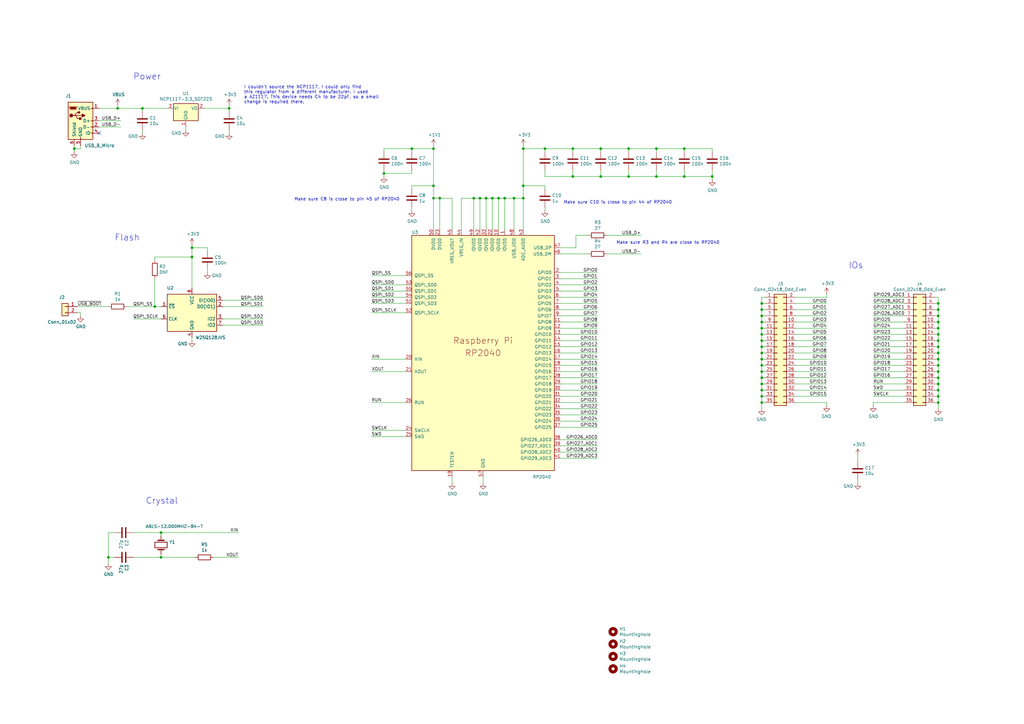
<source format=kicad_sch>
(kicad_sch (version 20211123) (generator eeschema)
  (paper "A3")
  (title_block (title "RP2040 Minimal Design Example") (date "2020-12-18") (rev "REV1") (company "Raspberry Pi (Trading) Ltd"))
  (lib_symbols
    (symbol "Connector_Generic:Conn_01x02" (pin_names (offset 1.016) hide)
      (property "Reference" "J" (at 0 2.54 0))
      (property "Value" "Conn_01x02" (at 0 -5.08 0))
      (symbol "Conn_01x02_1_1"
        (rectangle (start -1.27 -2.413) (end 0 -2.667) (stroke (width 0.1524)))
        (rectangle (start -1.27 0.127) (end 0 -0.127) (stroke (width 0.1524)))
        (rectangle (start -1.27 1.27) (end 1.27 -3.81) (stroke (width 0.254)) (fill (type background)))
        (pin passive line (at -5.08 0 0) (length 3.81) (name "Pin_1") (number "1"))
        (pin passive line (at -5.08 -2.54 0) (length 3.81) (name "Pin_2") (number "2"))
      )
    )
    (symbol "Connector_Generic:Conn_02x18_Odd_Even" (pin_names (offset 1.016) hide)
      (property "Reference" "J" (at 1.27 22.86 0))
      (property "Value" "Conn_02x18_Odd_Even" (at 1.27 -25.4 0))
      (symbol "Conn_02x18_Odd_Even_1_1"
        (rectangle (start -1.27 -22.733) (end 0 -22.987) (stroke (width 0.1524)))
        (rectangle (start -1.27 -20.193) (end 0 -20.447) (stroke (width 0.1524)))
        (rectangle (start -1.27 -17.653) (end 0 -17.907) (stroke (width 0.1524)))
        (rectangle (start -1.27 -15.113) (end 0 -15.367) (stroke (width 0.1524)))
        (rectangle (start -1.27 -12.573) (end 0 -12.827) (stroke (width 0.1524)))
        (rectangle (start -1.27 -10.033) (end 0 -10.287) (stroke (width 0.1524)))
        (rectangle (start -1.27 -7.493) (end 0 -7.747) (stroke (width 0.1524)))
        (rectangle (start -1.27 -4.953) (end 0 -5.207) (stroke (width 0.1524)))
        (rectangle (start -1.27 -2.413) (end 0 -2.667) (stroke (width 0.1524)))
        (rectangle (start -1.27 0.127) (end 0 -0.127) (stroke (width 0.1524)))
        (rectangle (start -1.27 2.667) (end 0 2.413) (stroke (width 0.1524)))
        (rectangle (start -1.27 5.207) (end 0 4.953) (stroke (width 0.1524)))
        (rectangle (start -1.27 7.747) (end 0 7.493) (stroke (width 0.1524)))
        (rectangle (start -1.27 10.287) (end 0 10.033) (stroke (width 0.1524)))
        (rectangle (start -1.27 12.827) (end 0 12.573) (stroke (width 0.1524)))
        (rectangle (start -1.27 15.367) (end 0 15.113) (stroke (width 0.1524)))
        (rectangle (start -1.27 17.907) (end 0 17.653) (stroke (width 0.1524)))
        (rectangle (start -1.27 20.447) (end 0 20.193) (stroke (width 0.1524)))
        (rectangle (start -1.27 21.59) (end 3.81 -24.13) (stroke (width 0.254)) (fill (type background)))
        (rectangle (start 3.81 -22.733) (end 2.54 -22.987) (stroke (width 0.1524)))
        (rectangle (start 3.81 -20.193) (end 2.54 -20.447) (stroke (width 0.1524)))
        (rectangle (start 3.81 -17.653) (end 2.54 -17.907) (stroke (width 0.1524)))
        (rectangle (start 3.81 -15.113) (end 2.54 -15.367) (stroke (width 0.1524)))
        (rectangle (start 3.81 -12.573) (end 2.54 -12.827) (stroke (width 0.1524)))
        (rectangle (start 3.81 -10.033) (end 2.54 -10.287) (stroke (width 0.1524)))
        (rectangle (start 3.81 -7.493) (end 2.54 -7.747) (stroke (width 0.1524)))
        (rectangle (start 3.81 -4.953) (end 2.54 -5.207) (stroke (width 0.1524)))
        (rectangle (start 3.81 -2.413) (end 2.54 -2.667) (stroke (width 0.1524)))
        (rectangle (start 3.81 0.127) (end 2.54 -0.127) (stroke (width 0.1524)))
        (rectangle (start 3.81 2.667) (end 2.54 2.413) (stroke (width 0.1524)))
        (rectangle (start 3.81 5.207) (end 2.54 4.953) (stroke (width 0.1524)))
        (rectangle (start 3.81 7.747) (end 2.54 7.493) (stroke (width 0.1524)))
        (rectangle (start 3.81 10.287) (end 2.54 10.033) (stroke (width 0.1524)))
        (rectangle (start 3.81 12.827) (end 2.54 12.573) (stroke (width 0.1524)))
        (rectangle (start 3.81 15.367) (end 2.54 15.113) (stroke (width 0.1524)))
        (rectangle (start 3.81 17.907) (end 2.54 17.653) (stroke (width 0.1524)))
        (rectangle (start 3.81 20.447) (end 2.54 20.193) (stroke (width 0.1524)))
        (pin passive line (at -5.08 20.32 0) (length 3.81) (name "Pin_1") (number "1"))
        (pin passive line (at 7.62 10.16 180) (length 3.81) (name "Pin_10") (number "10"))
        (pin passive line (at -5.08 7.62 0) (length 3.81) (name "Pin_11") (number "11"))
        (pin passive line (at 7.62 7.62 180) (length 3.81) (name "Pin_12") (number "12"))
        (pin passive line (at -5.08 5.08 0) (length 3.81) (name "Pin_13") (number "13"))
        (pin passive line (at 7.62 5.08 180) (length 3.81) (name "Pin_14") (number "14"))
        (pin passive line (at -5.08 2.54 0) (length 3.81) (name "Pin_15") (number "15"))
        (pin passive line (at 7.62 2.54 180) (length 3.81) (name "Pin_16") (number "16"))
        (pin passive line (at -5.08 0 0) (length 3.81) (name "Pin_17") (number "17"))
        (pin passive line (at 7.62 0 180) (length 3.81) (name "Pin_18") (number "18"))
        (pin passive line (at -5.08 -2.54 0) (length 3.81) (name "Pin_19") (number "19"))
        (pin passive line (at 7.62 20.32 180) (length 3.81) (name "Pin_2") (number "2"))
        (pin passive line (at 7.62 -2.54 180) (length 3.81) (name "Pin_20") (number "20"))
        (pin passive line (at -5.08 -5.08 0) (length 3.81) (name "Pin_21") (number "21"))
        (pin passive line (at 7.62 -5.08 180) (length 3.81) (name "Pin_22") (number "22"))
        (pin passive line (at -5.08 -7.62 0) (length 3.81) (name "Pin_23") (number "23"))
        (pin passive line (at 7.62 -7.62 180) (length 3.81) (name "Pin_24") (number "24"))
        (pin passive line (at -5.08 -10.16 0) (length 3.81) (name "Pin_25") (number "25"))
        (pin passive line (at 7.62 -10.16 180) (length 3.81) (name "Pin_26") (number "26"))
        (pin passive line (at -5.08 -12.7 0) (length 3.81) (name "Pin_27") (number "27"))
        (pin passive line (at 7.62 -12.7 180) (length 3.81) (name "Pin_28") (number "28"))
        (pin passive line (at -5.08 -15.24 0) (length 3.81) (name "Pin_29") (number "29"))
        (pin passive line (at -5.08 17.78 0) (length 3.81) (name "Pin_3") (number "3"))
        (pin passive line (at 7.62 -15.24 180) (length 3.81) (name "Pin_30") (number "30"))
        (pin passive line (at -5.08 -17.78 0) (length 3.81) (name "Pin_31") (number "31"))
        (pin passive line (at 7.62 -17.78 180) (length 3.81) (name "Pin_32") (number "32"))
        (pin passive line (at -5.08 -20.32 0) (length 3.81) (name "Pin_33") (number "33"))
        (pin passive line (at 7.62 -20.32 180) (length 3.81) (name "Pin_34") (number "34"))
        (pin passive line (at -5.08 -22.86 0) (length 3.81) (name "Pin_35") (number "35"))
        (pin passive line (at 7.62 -22.86 180) (length 3.81) (name "Pin_36") (number "36"))
        (pin passive line (at 7.62 17.78 180) (length 3.81) (name "Pin_4") (number "4"))
        (pin passive line (at -5.08 15.24 0) (length 3.81) (name "Pin_5") (number "5"))
        (pin passive line (at 7.62 15.24 180) (length 3.81) (name "Pin_6") (number "6"))
        (pin passive line (at -5.08 12.7 0) (length 3.81) (name "Pin_7") (number "7"))
        (pin passive line (at 7.62 12.7 180) (length 3.81) (name "Pin_8") (number "8"))
        (pin passive line (at -5.08 10.16 0) (length 3.81) (name "Pin_9") (number "9"))
      )
    )
    (symbol "Device:C" (pin_numbers hide) (pin_names (offset 0.254))
      (property "Reference" "C" (at 0.635 2.54 0))
      (property "Value" "C" (at 0.635 -2.54 0))
      (symbol "C_0_1"
        (polyline (pts (xy -2.032 -0.762) (xy 2.032 -0.762)) (stroke (width 0.508)))
        (polyline (pts (xy -2.032 0.762) (xy 2.032 0.762)) (stroke (width 0.508)))
      )
      (symbol "C_1_1"
        (pin passive line (at 0 3.81 270) (length 2.794) (name "~") (number "1"))
        (pin passive line (at 0 -3.81 90) (length 2.794) (name "~") (number "2"))
      )
    )
    (symbol "Device:Crystal" (pin_numbers hide) (pin_names (offset 1.016) hide)
      (property "Reference" "Y" (at 0 3.81 0))
      (property "Value" "Crystal" (at 0 -3.81 0))
      (symbol "Crystal_0_1"
        (rectangle (start -1.143 2.54) (end 1.143 -2.54) (stroke (width 0.3048)))
        (polyline (pts (xy -2.54 0) (xy -1.905 0)))
        (polyline (pts (xy -1.905 -1.27) (xy -1.905 1.27)) (stroke (width 0.508)))
        (polyline (pts (xy 1.905 -1.27) (xy 1.905 1.27)) (stroke (width 0.508)))
        (polyline (pts (xy 2.54 0) (xy 1.905 0)))
      )
      (symbol "Crystal_1_1"
        (pin passive line (at -3.81 0 0) (length 1.27) (name "1") (number "1"))
        (pin passive line (at 3.81 0 180) (length 1.27) (name "2") (number "2"))
      )
    )
    (symbol "Device:R" (pin_numbers hide) (pin_names (offset 0))
      (property "Reference" "R" (at 2.032 0 90))
      (property "Value" "R" (at 0 0 90))
      (symbol "R_0_1"
        (rectangle (start -1.016 -2.54) (end 1.016 2.54) (stroke (width 0.254)))
      )
      (symbol "R_1_1"
        (pin passive line (at 0 3.81 270) (length 1.27) (name "~") (number "1"))
        (pin passive line (at 0 -3.81 90) (length 1.27) (name "~") (number "2"))
      )
    )
    (symbol "MCU_RaspberryPi_RP2040:RP2040" (pin_names (offset 1.016))
      (property "Reference" "U" (at -29.21 49.53 0))
      (property "Value" "RP2040" (at 24.13 -49.53 0))
      (symbol "RP2040_0_0"
        (text "Raspberry Pi" (at 0 5.08 0) (effects (font (size 2.54 2.54))))
        (text "RP2040" (at 0 0 0) (effects (font (size 2.54 2.54))))
      )
      (symbol "RP2040_0_1"
        (rectangle (start 29.21 48.26) (end -29.21 -48.26) (stroke (width 0.254)) (fill (type background)))
      )
      (symbol "RP2040_1_1"
        (pin power_in line (at 8.89 50.8 270) (length 2.54) (name "IOVDD") (number "1"))
        (pin power_in line (at 6.35 50.8 270) (length 2.54) (name "IOVDD") (number "10"))
        (pin bidirectional line (at 31.75 12.7 180) (length 2.54) (name "GPIO8") (number "11"))
        (pin bidirectional line (at 31.75 10.16 180) (length 2.54) (name "GPIO9") (number "12"))
        (pin bidirectional line (at 31.75 7.62 180) (length 2.54) (name "GPIO10") (number "13"))
        (pin bidirectional line (at 31.75 5.08 180) (length 2.54) (name "GPIO11") (number "14"))
        (pin bidirectional line (at 31.75 2.54 180) (length 2.54) (name "GPIO12") (number "15"))
        (pin bidirectional line (at 31.75 0 180) (length 2.54) (name "GPIO13") (number "16"))
        (pin bidirectional line (at 31.75 -2.54 180) (length 2.54) (name "GPIO14") (number "17"))
        (pin bidirectional line (at 31.75 -5.08 180) (length 2.54) (name "GPIO15") (number "18"))
        (pin passive line (at -12.7 -50.8 90) (length 2.54) (name "TESTEN") (number "19"))
        (pin bidirectional line (at 31.75 33.02 180) (length 2.54) (name "GPIO0") (number "2"))
        (pin input line (at -31.75 -2.54 0) (length 2.54) (name "XIN") (number "20"))
        (pin passive line (at -31.75 -7.62 0) (length 2.54) (name "XOUT") (number "21"))
        (pin power_in line (at 3.81 50.8 270) (length 2.54) (name "IOVDD") (number "22"))
        (pin power_in line (at -17.78 50.8 270) (length 2.54) (name "DVDD") (number "23"))
        (pin output line (at -31.75 -31.75 0) (length 2.54) (name "SWCLK") (number "24"))
        (pin bidirectional line (at -31.75 -34.29 0) (length 2.54) (name "SWD") (number "25"))
        (pin input line (at -31.75 -20.32 0) (length 2.54) (name "RUN") (number "26"))
        (pin bidirectional line (at 31.75 -7.62 180) (length 2.54) (name "GPIO16") (number "27"))
        (pin bidirectional line (at 31.75 -10.16 180) (length 2.54) (name "GPIO17") (number "28"))
        (pin bidirectional line (at 31.75 -12.7 180) (length 2.54) (name "GPIO18") (number "29"))
        (pin bidirectional line (at 31.75 30.48 180) (length 2.54) (name "GPIO1") (number "3"))
        (pin bidirectional line (at 31.75 -15.24 180) (length 2.54) (name "GPIO19") (number "30"))
        (pin bidirectional line (at 31.75 -17.78 180) (length 2.54) (name "GPIO20") (number "31"))
        (pin bidirectional line (at 31.75 -20.32 180) (length 2.54) (name "GPIO21") (number "32"))
        (pin power_in line (at 1.27 50.8 270) (length 2.54) (name "IOVDD") (number "33"))
        (pin bidirectional line (at 31.75 -22.86 180) (length 2.54) (name "GPIO22") (number "34"))
        (pin bidirectional line (at 31.75 -25.4 180) (length 2.54) (name "GPIO23") (number "35"))
        (pin bidirectional line (at 31.75 -27.94 180) (length 2.54) (name "GPIO24") (number "36"))
        (pin bidirectional line (at 31.75 -30.48 180) (length 2.54) (name "GPIO25") (number "37"))
        (pin bidirectional line (at 31.75 -35.56 180) (length 2.54) (name "GPIO26_ADC0") (number "38"))
        (pin bidirectional line (at 31.75 -38.1 180) (length 2.54) (name "GPIO27_ADC1") (number "39"))
        (pin bidirectional line (at 31.75 27.94 180) (length 2.54) (name "GPIO2") (number "4"))
        (pin bidirectional line (at 31.75 -40.64 180) (length 2.54) (name "GPIO28_ADC2") (number "40"))
        (pin bidirectional line (at 31.75 -43.18 180) (length 2.54) (name "GPIO29_ADC3") (number "41"))
        (pin power_in line (at -1.27 50.8 270) (length 2.54) (name "IOVDD") (number "42"))
        (pin power_in line (at 16.51 50.8 270) (length 2.54) (name "ADC_AVDD") (number "43"))
        (pin power_in line (at -8.89 50.8 270) (length 2.54) (name "VREG_IN") (number "44"))
        (pin power_out line (at -12.7 50.8 270) (length 2.54) (name "VREG_VOUT") (number "45"))
        (pin bidirectional line (at 31.75 40.64 180) (length 2.54) (name "USB_DM") (number "46"))
        (pin bidirectional line (at 31.75 43.18 180) (length 2.54) (name "USB_DP") (number "47"))
        (pin power_in line (at 12.7 50.8 270) (length 2.54) (name "USB_VDD") (number "48"))
        (pin power_in line (at -3.81 50.8 270) (length 2.54) (name "IOVDD") (number "49"))
        (pin bidirectional line (at 31.75 25.4 180) (length 2.54) (name "GPIO3") (number "5"))
        (pin power_in line (at -20.32 50.8 270) (length 2.54) (name "DVDD") (number "50"))
        (pin bidirectional line (at -31.75 20.32 0) (length 2.54) (name "QSPI_SD3") (number "51"))
        (pin output line (at -31.75 16.51 0) (length 2.54) (name "QSPI_SCLK") (number "52"))
        (pin bidirectional line (at -31.75 27.94 0) (length 2.54) (name "QSPI_SD0") (number "53"))
        (pin bidirectional line (at -31.75 22.86 0) (length 2.54) (name "QSPI_SD2") (number "54"))
        (pin bidirectional line (at -31.75 25.4 0) (length 2.54) (name "QSPI_SD1") (number "55"))
        (pin bidirectional line (at -31.75 31.75 0) (length 2.54) (name "QSPI_SS") (number "56"))
        (pin power_in line (at 0 -50.8 90) (length 2.54) (name "GND") (number "57"))
        (pin bidirectional line (at 31.75 22.86 180) (length 2.54) (name "GPIO4") (number "6"))
        (pin bidirectional line (at 31.75 20.32 180) (length 2.54) (name "GPIO5") (number "7"))
        (pin bidirectional line (at 31.75 17.78 180) (length 2.54) (name "GPIO6") (number "8"))
        (pin bidirectional line (at 31.75 15.24 180) (length 2.54) (name "GPIO7") (number "9"))
      )
    )
    (symbol "Mechanical:MountingHole" (pin_names (offset 1.016))
      (property "Reference" "H" (at 0 5.08 0))
      (property "Value" "MountingHole" (at 0 3.175 0))
      (symbol "MountingHole_0_1"
        (circle (center 0 0) (radius 1.27) (stroke (width 1.27)))
      )
    )
    (symbol "Memory_Flash:W25Q128JVS"
      (property "Reference" "U" (at -8.89 8.89 0))
      (property "Value" "W25Q128JVS" (at 7.62 8.89 0))
      (symbol "W25Q128JVS_0_1"
        (rectangle (start -10.16 7.62) (end 10.16 -7.62) (stroke (width 0.254)) (fill (type background)))
      )
      (symbol "W25Q128JVS_1_1"
        (pin input line (at -12.7 2.54 0) (length 2.54) (name "~{CS}") (number "1"))
        (pin bidirectional line (at 12.7 2.54 180) (length 2.54) (name "DO(IO1)") (number "2"))
        (pin bidirectional line (at 12.7 -2.54 180) (length 2.54) (name "IO2") (number "3"))
        (pin power_in line (at 0 -10.16 90) (length 2.54) (name "GND") (number "4"))
        (pin bidirectional line (at 12.7 5.08 180) (length 2.54) (name "DI(IO0)") (number "5"))
        (pin input line (at -12.7 -2.54 0) (length 2.54) (name "CLK") (number "6"))
        (pin bidirectional line (at 12.7 -5.08 180) (length 2.54) (name "IO3") (number "7"))
        (pin power_in line (at 0 10.16 270) (length 2.54) (name "VCC") (number "8"))
      )
    )
    (symbol "RP2040_minimal-rescue:USB_B_Micro-Connector" (pin_names (offset 1.016))
      (property "Reference" "J" (at -5.08 11.43 0))
      (property "Value" "USB_B_Micro-Connector" (at -5.08 8.89 0))
      (symbol "USB_B_Micro-Connector_0_1"
        (rectangle (start -5.08 -7.62) (end 5.08 7.62) (stroke (width 0.254)) (fill (type background)))
        (circle (center -3.81 2.159) (radius 0.635) (stroke (width 0.254)) (fill (type outline)))
        (circle (center -0.635 3.429) (radius 0.381) (stroke (width 0.254)) (fill (type outline)))
        (rectangle (start -0.127 -7.62) (end 0.127 -6.858))
        (polyline (pts (xy -1.905 2.159) (xy 0.635 2.159)) (stroke (width 0.254)))
        (polyline (pts (xy -3.175 2.159) (xy -2.54 2.159) (xy -1.27 3.429) (xy -0.635 3.429)) (stroke (width 0.254)))
        (polyline (pts (xy -2.54 2.159) (xy -1.905 2.159) (xy -1.27 0.889) (xy 0 0.889)) (stroke (width 0.254)))
        (polyline (pts (xy 0.635 2.794) (xy 0.635 1.524) (xy 1.905 2.159) (xy 0.635 2.794)) (stroke (width 0.254)) (fill (type outline)))
        (polyline (pts (xy -4.318 5.588) (xy -1.778 5.588) (xy -2.032 4.826) (xy -4.064 4.826) (xy -4.318 5.588)) (fill (type outline)))
        (polyline (pts (xy -4.699 5.842) (xy -4.699 5.588) (xy -4.445 4.826) (xy -4.445 4.572) (xy -1.651 4.572) (xy -1.651 4.826) (xy -1.397 5.588) (xy -1.397 5.842) (xy -4.699 5.842)))
        (rectangle (start 0.254 1.27) (end -0.508 0.508) (stroke (width 0.254)) (fill (type outline)))
        (rectangle (start 5.08 -5.207) (end 4.318 -4.953))
        (rectangle (start 5.08 -2.667) (end 4.318 -2.413))
        (rectangle (start 5.08 -0.127) (end 4.318 0.127))
        (rectangle (start 5.08 4.953) (end 4.318 5.207))
      )
      (symbol "USB_B_Micro-Connector_1_1"
        (pin power_out line (at 7.62 5.08 180) (length 2.54) (name "VBUS") (number "1"))
        (pin passive line (at 7.62 -2.54 180) (length 2.54) (name "D-") (number "2"))
        (pin passive line (at 7.62 0 180) (length 2.54) (name "D+") (number "3"))
        (pin passive line (at 7.62 -5.08 180) (length 2.54) (name "ID") (number "4"))
        (pin power_out line (at 0 -10.16 90) (length 2.54) (name "GND") (number "5"))
        (pin passive line (at -2.54 -10.16 90) (length 2.54) (name "Shield") (number "6"))
      )
    )
    (symbol "Regulator_Linear:NCP1117-3.3_SOT223" (pin_names (offset 0.254))
      (property "Reference" "U" (at -3.81 3.175 0))
      (property "Value" "NCP1117-3.3_SOT223" (at 0 3.175 0))
      (symbol "NCP1117-3.3_SOT223_0_1"
        (rectangle (start -5.08 -5.08) (end 5.08 1.905) (stroke (width 0.254)) (fill (type background)))
      )
      (symbol "NCP1117-3.3_SOT223_1_1"
        (pin power_in line (at 0 -7.62 90) (length 2.54) (name "GND") (number "1"))
        (pin power_out line (at 7.62 0 180) (length 2.54) (name "VO") (number "2"))
        (pin power_in line (at -7.62 0 0) (length 2.54) (name "VI") (number "3"))
      )
    )
    (symbol "power:+1V1" (power) (pin_names (offset 0))
      (property "Value" "+1V1" (at 0 3.556 0))
      (symbol "+1V1_0_1"
        (polyline (pts (xy -0.762 1.27) (xy 0 2.54)))
        (polyline (pts (xy 0 0) (xy 0 2.54)))
        (polyline (pts (xy 0 2.54) (xy 0.762 1.27)))
      )
      (symbol "+1V1_1_1"
        (pin power_in line (at 0 0 90) (length 0) hide (name "+1V1") (number "1"))
      )
    )
    (symbol "power:+3V3" (power) (pin_names (offset 0))
      (property "Value" "+3V3" (at 0 3.556 0))
      (symbol "+3V3_0_1"
        (polyline (pts (xy -0.762 1.27) (xy 0 2.54)))
        (polyline (pts (xy 0 0) (xy 0 2.54)))
        (polyline (pts (xy 0 2.54) (xy 0.762 1.27)))
      )
      (symbol "+3V3_1_1"
        (pin power_in line (at 0 0 90) (length 0) hide (name "+3V3") (number "1"))
      )
    )
    (symbol "power:GND" (power) (pin_names (offset 0))
      (property "Value" "GND" (at 0 -3.81 0))
      (symbol "GND_0_1"
        (polyline (pts (xy 0 0) (xy 0 -1.27) (xy 1.27 -1.27) (xy 0 -2.54) (xy -1.27 -1.27) (xy 0 -1.27)))
      )
      (symbol "GND_1_1"
        (pin power_in line (at 0 0 270) (length 0) hide (name "GND") (number "1"))
      )
    )
    (symbol "power:VBUS" (power) (pin_names (offset 0))
      (property "Value" "VBUS" (at 0 3.81 0))
      (symbol "VBUS_0_1"
        (polyline (pts (xy -0.762 1.27) (xy 0 2.54)))
        (polyline (pts (xy 0 0) (xy 0 2.54)))
        (polyline (pts (xy 0 2.54) (xy 0.762 1.27)))
      )
      (symbol "VBUS_1_1"
        (pin power_in line (at 0 0 90) (length 0) hide (name "VBUS") (number "1"))
      )
    )
  )
  (junction (at 269.24 60.96))
  (junction (at 384.81 162.56))
  (junction (at 214.63 81.28))
  (junction (at 207.01 81.28))
  (junction (at 194.31 81.28))
  (junction (at 214.63 76.2))
  (junction (at 384.81 144.78))
  (junction (at 210.82 81.28))
  (junction (at 177.8 60.96))
  (junction (at 201.93 81.28))
  (junction (at 384.81 147.32))
  (junction (at 312.42 152.4))
  (junction (at 312.42 134.62))
  (junction (at 312.42 154.94))
  (junction (at 312.42 137.16))
  (junction (at 312.42 142.24))
  (junction (at 177.8 81.28))
  (junction (at 234.95 72.39))
  (junction (at 78.74 101.6))
  (junction (at 312.42 157.48))
  (junction (at 44.45 228.6))
  (junction (at 257.81 72.39))
  (junction (at 78.74 105.41))
  (junction (at 280.67 60.96))
  (junction (at 384.81 139.7))
  (junction (at 312.42 149.86))
  (junction (at 246.38 72.39))
  (junction (at 246.38 60.96))
  (junction (at 384.81 154.94))
  (junction (at 30.48 60.96))
  (junction (at 312.42 124.46))
  (junction (at 196.85 81.28))
  (junction (at 177.8 76.2))
  (junction (at 312.42 139.7))
  (junction (at 384.81 127))
  (junction (at 384.81 157.48))
  (junction (at 234.95 60.96))
  (junction (at 269.24 72.39))
  (junction (at 292.1 72.39))
  (junction (at 48.26 44.45))
  (junction (at 257.81 60.96))
  (junction (at 384.81 160.02))
  (junction (at 223.52 60.96))
  (junction (at 204.47 81.28))
  (junction (at 66.04 228.6))
  (junction (at 384.81 142.24))
  (junction (at 180.34 81.28))
  (junction (at 168.91 60.96))
  (junction (at 384.81 132.08))
  (junction (at 199.39 81.28))
  (junction (at 384.81 134.62))
  (junction (at 312.42 160.02))
  (junction (at 312.42 132.08))
  (junction (at 58.42 44.45))
  (junction (at 384.81 137.16))
  (junction (at 312.42 165.1))
  (junction (at 63.5 125.73))
  (junction (at 312.42 147.32))
  (junction (at 384.81 152.4))
  (junction (at 214.63 60.96))
  (junction (at 312.42 162.56))
  (junction (at 157.48 71.12))
  (junction (at 384.81 124.46))
  (junction (at 312.42 129.54))
  (junction (at 280.67 72.39))
  (junction (at 384.81 165.1))
  (junction (at 384.81 149.86))
  (junction (at 312.42 144.78))
  (junction (at 384.81 129.54))
  (junction (at 312.42 127))
  (junction (at 93.98 44.45))
  (junction (at 66.04 218.44))
  (no_connect (at 40.64 54.61))
  (wire (pts (xy 339.09 137.16) (xy 326.39 137.16)))
  (wire (pts (xy 384.81 139.7) (xy 384.81 142.24)))
  (wire (pts (xy 313.69 134.62) (xy 312.42 134.62)))
  (wire (pts (xy 339.09 127) (xy 326.39 127)))
  (wire (pts (xy 246.38 72.39) (xy 234.95 72.39)))
  (wire (pts (xy 63.5 125.73) (xy 66.04 125.73)))
  (wire (pts (xy 370.84 129.54) (xy 358.14 129.54)))
  (wire (pts (xy 313.69 137.16) (xy 312.42 137.16)))
  (wire (pts (xy 292.1 69.85) (xy 292.1 72.39)))
  (wire (pts (xy 83.82 44.45) (xy 93.98 44.45)))
  (wire (pts (xy 48.26 43.18) (xy 48.26 44.45)))
  (wire (pts (xy 313.69 142.24) (xy 312.42 142.24)))
  (wire (pts (xy 313.69 154.94) (xy 312.42 154.94)))
  (wire (pts (xy 384.81 152.4) (xy 384.81 154.94)))
  (wire (pts (xy 313.69 127) (xy 312.42 127)))
  (wire (pts (xy 168.91 62.23) (xy 168.91 60.96)))
  (wire (pts (xy 76.2 52.07) (xy 76.2 53.34)))
  (wire (pts (xy 246.38 60.96) (xy 257.81 60.96)))
  (wire (pts (xy 280.67 72.39) (xy 269.24 72.39)))
  (wire (pts (xy 370.84 160.02) (xy 358.14 160.02)))
  (wire (pts (xy 370.84 132.08) (xy 358.14 132.08)))
  (wire (pts (xy 246.38 69.85) (xy 246.38 72.39)))
  (wire (pts (xy 229.87 147.32) (xy 245.11 147.32)))
  (wire (pts (xy 189.23 93.98) (xy 189.23 81.28)))
  (wire (pts (xy 383.54 137.16) (xy 384.81 137.16)))
  (wire (pts (xy 312.42 132.08) (xy 312.42 134.62)))
  (wire (pts (xy 339.09 124.46) (xy 326.39 124.46)))
  (wire (pts (xy 214.63 76.2) (xy 223.52 76.2)))
  (wire (pts (xy 370.84 147.32) (xy 358.14 147.32)))
  (wire (pts (xy 229.87 139.7) (xy 245.11 139.7)))
  (wire (pts (xy 229.87 104.14) (xy 241.3 104.14)))
  (wire (pts (xy 351.79 186.69) (xy 351.79 189.23)))
  (wire (pts (xy 257.81 62.23) (xy 257.81 60.96)))
  (wire (pts (xy 152.4 147.32) (xy 166.37 147.32)))
  (wire (pts (xy 313.69 152.4) (xy 312.42 152.4)))
  (wire (pts (xy 229.87 167.64) (xy 245.11 167.64)))
  (wire (pts (xy 383.54 152.4) (xy 384.81 152.4)))
  (wire (pts (xy 180.34 81.28) (xy 177.8 81.28)))
  (wire (pts (xy 168.91 85.09) (xy 168.91 86.36)))
  (wire (pts (xy 201.93 93.98) (xy 201.93 81.28)))
  (wire (pts (xy 384.81 137.16) (xy 384.81 139.7)))
  (wire (pts (xy 229.87 114.3) (xy 245.11 114.3)))
  (wire (pts (xy 30.48 59.69) (xy 30.48 60.96)))
  (wire (pts (xy 44.45 228.6) (xy 44.45 231.14)))
  (wire (pts (xy 229.87 157.48) (xy 245.11 157.48)))
  (wire (pts (xy 313.69 165.1) (xy 312.42 165.1)))
  (wire (pts (xy 370.84 139.7) (xy 358.14 139.7)))
  (wire (pts (xy 384.81 162.56) (xy 384.81 165.1)))
  (wire (pts (xy 157.48 62.23) (xy 157.48 60.96)))
  (wire (pts (xy 223.52 62.23) (xy 223.52 60.96)))
  (wire (pts (xy 229.87 124.46) (xy 245.11 124.46)))
  (wire (pts (xy 229.87 116.84) (xy 245.11 116.84)))
  (wire (pts (xy 383.54 121.92) (xy 384.81 121.92)))
  (wire (pts (xy 54.61 218.44) (xy 66.04 218.44)))
  (wire (pts (xy 223.52 85.09) (xy 223.52 86.36)))
  (wire (pts (xy 152.4 119.38) (xy 166.37 119.38)))
  (wire (pts (xy 196.85 93.98) (xy 196.85 81.28)))
  (wire (pts (xy 54.61 228.6) (xy 66.04 228.6)))
  (wire (pts (xy 199.39 81.28) (xy 201.93 81.28)))
  (wire (pts (xy 370.84 142.24) (xy 358.14 142.24)))
  (wire (pts (xy 339.09 121.92) (xy 339.09 120.65)))
  (wire (pts (xy 370.84 154.94) (xy 358.14 154.94)))
  (wire (pts (xy 370.84 121.92) (xy 358.14 121.92)))
  (wire (pts (xy 196.85 81.28) (xy 199.39 81.28)))
  (wire (pts (xy 384.81 149.86) (xy 384.81 152.4)))
  (wire (pts (xy 40.64 49.53) (xy 49.53 49.53)))
  (wire (pts (xy 166.37 152.4) (xy 152.4 152.4)))
  (wire (pts (xy 87.63 228.6) (xy 97.79 228.6)))
  (wire (pts (xy 339.09 165.1) (xy 326.39 165.1)))
  (wire (pts (xy 152.4 116.84) (xy 166.37 116.84)))
  (wire (pts (xy 257.81 69.85) (xy 257.81 72.39)))
  (wire (pts (xy 177.8 81.28) (xy 177.8 93.98)))
  (wire (pts (xy 229.87 111.76) (xy 245.11 111.76)))
  (wire (pts (xy 44.45 125.73) (xy 31.75 125.73)))
  (wire (pts (xy 383.54 157.48) (xy 384.81 157.48)))
  (wire (pts (xy 246.38 62.23) (xy 246.38 60.96)))
  (wire (pts (xy 229.87 101.6) (xy 236.22 101.6)))
  (wire (pts (xy 312.42 129.54) (xy 312.42 132.08)))
  (wire (pts (xy 312.42 165.1) (xy 312.42 167.64)))
  (wire (pts (xy 68.58 44.45) (xy 58.42 44.45)))
  (wire (pts (xy 229.87 134.62) (xy 245.11 134.62)))
  (wire (pts (xy 312.42 152.4) (xy 312.42 154.94)))
  (wire (pts (xy 370.84 127) (xy 358.14 127)))
  (wire (pts (xy 229.87 175.26) (xy 245.11 175.26)))
  (wire (pts (xy 152.4 121.92) (xy 166.37 121.92)))
  (wire (pts (xy 168.91 71.12) (xy 168.91 69.85)))
  (wire (pts (xy 248.92 96.52) (xy 262.89 96.52)))
  (wire (pts (xy 63.5 114.3) (xy 63.5 125.73)))
  (wire (pts (xy 78.74 138.43) (xy 78.74 139.7)))
  (wire (pts (xy 339.09 157.48) (xy 326.39 157.48)))
  (wire (pts (xy 370.84 134.62) (xy 358.14 134.62)))
  (wire (pts (xy 229.87 137.16) (xy 245.11 137.16)))
  (wire (pts (xy 370.84 124.46) (xy 358.14 124.46)))
  (wire (pts (xy 370.84 144.78) (xy 358.14 144.78)))
  (wire (pts (xy 257.81 60.96) (xy 269.24 60.96)))
  (wire (pts (xy 313.69 162.56) (xy 312.42 162.56)))
  (wire (pts (xy 229.87 182.88) (xy 245.11 182.88)))
  (wire (pts (xy 312.42 149.86) (xy 312.42 152.4)))
  (wire (pts (xy 229.87 149.86) (xy 245.11 149.86)))
  (wire (pts (xy 93.98 44.45) (xy 93.98 43.18)))
  (wire (pts (xy 312.42 121.92) (xy 312.42 124.46)))
  (wire (pts (xy 207.01 81.28) (xy 210.82 81.28)))
  (wire (pts (xy 189.23 81.28) (xy 194.31 81.28)))
  (wire (pts (xy 223.52 69.85) (xy 223.52 72.39)))
  (wire (pts (xy 384.81 129.54) (xy 384.81 132.08)))
  (wire (pts (xy 63.5 105.41) (xy 78.74 105.41)))
  (wire (pts (xy 383.54 124.46) (xy 384.81 124.46)))
  (wire (pts (xy 229.87 172.72) (xy 245.11 172.72)))
  (wire (pts (xy 214.63 59.69) (xy 214.63 60.96)))
  (wire (pts (xy 78.74 101.6) (xy 78.74 105.41)))
  (wire (pts (xy 370.84 162.56) (xy 358.14 162.56)))
  (wire (pts (xy 383.54 127) (xy 384.81 127)))
  (wire (pts (xy 312.42 147.32) (xy 312.42 149.86)))
  (wire (pts (xy 339.09 152.4) (xy 326.39 152.4)))
  (wire (pts (xy 384.81 142.24) (xy 384.81 144.78)))
  (wire (pts (xy 312.42 139.7) (xy 312.42 142.24)))
  (wire (pts (xy 229.87 154.94) (xy 245.11 154.94)))
  (wire (pts (xy 313.69 132.08) (xy 312.42 132.08)))
  (wire (pts (xy 339.09 166.37) (xy 339.09 165.1)))
  (wire (pts (xy 280.67 60.96) (xy 292.1 60.96)))
  (wire (pts (xy 166.37 113.03) (xy 152.4 113.03)))
  (wire (pts (xy 339.09 154.94) (xy 326.39 154.94)))
  (wire (pts (xy 185.42 195.58) (xy 185.42 198.12)))
  (wire (pts (xy 91.44 130.81) (xy 107.95 130.81)))
  (wire (pts (xy 166.37 179.07) (xy 152.4 179.07)))
  (wire (pts (xy 234.95 69.85) (xy 234.95 72.39)))
  (wire (pts (xy 58.42 45.72) (xy 58.42 44.45)))
  (wire (pts (xy 78.74 100.33) (xy 78.74 101.6)))
  (wire (pts (xy 30.48 60.96) (xy 30.48 62.23)))
  (wire (pts (xy 85.09 102.87) (xy 85.09 101.6)))
  (wire (pts (xy 194.31 81.28) (xy 196.85 81.28)))
  (wire (pts (xy 339.09 142.24) (xy 326.39 142.24)))
  (wire (pts (xy 223.52 77.47) (xy 223.52 76.2)))
  (wire (pts (xy 312.42 134.62) (xy 312.42 137.16)))
  (wire (pts (xy 157.48 71.12) (xy 157.48 72.39)))
  (wire (pts (xy 229.87 121.92) (xy 245.11 121.92)))
  (wire (pts (xy 91.44 123.19) (xy 107.95 123.19)))
  (wire (pts (xy 91.44 125.73) (xy 107.95 125.73)))
  (wire (pts (xy 234.95 60.96) (xy 246.38 60.96)))
  (wire (pts (xy 312.42 154.94) (xy 312.42 157.48)))
  (wire (pts (xy 292.1 62.23) (xy 292.1 60.96)))
  (wire (pts (xy 157.48 69.85) (xy 157.48 71.12)))
  (wire (pts (xy 207.01 81.28) (xy 207.01 93.98)))
  (wire (pts (xy 280.67 62.23) (xy 280.67 60.96)))
  (wire (pts (xy 339.09 149.86) (xy 326.39 149.86)))
  (wire (pts (xy 339.09 139.7) (xy 326.39 139.7)))
  (wire (pts (xy 383.54 154.94) (xy 384.81 154.94)))
  (wire (pts (xy 229.87 119.38) (xy 245.11 119.38)))
  (wire (pts (xy 229.87 152.4) (xy 245.11 152.4)))
  (wire (pts (xy 312.42 144.78) (xy 312.42 147.32)))
  (wire (pts (xy 339.09 147.32) (xy 326.39 147.32)))
  (wire (pts (xy 198.12 195.58) (xy 198.12 198.12)))
  (wire (pts (xy 313.69 147.32) (xy 312.42 147.32)))
  (wire (pts (xy 312.42 124.46) (xy 312.42 127)))
  (wire (pts (xy 63.5 106.68) (xy 63.5 105.41)))
  (wire (pts (xy 384.81 147.32) (xy 384.81 149.86)))
  (wire (pts (xy 180.34 93.98) (xy 180.34 81.28)))
  (wire (pts (xy 269.24 60.96) (xy 280.67 60.96)))
  (wire (pts (xy 177.8 76.2) (xy 177.8 81.28)))
  (wire (pts (xy 234.95 62.23) (xy 234.95 60.96)))
  (wire (pts (xy 236.22 96.52) (xy 236.22 101.6)))
  (wire (pts (xy 383.54 129.54) (xy 384.81 129.54)))
  (wire (pts (xy 383.54 165.1) (xy 384.81 165.1)))
  (wire (pts (xy 383.54 142.24) (xy 384.81 142.24)))
  (wire (pts (xy 384.81 144.78) (xy 384.81 147.32)))
  (wire (pts (xy 78.74 105.41) (xy 78.74 118.11)))
  (wire (pts (xy 339.09 134.62) (xy 326.39 134.62)))
  (wire (pts (xy 166.37 165.1) (xy 152.4 165.1)))
  (wire (pts (xy 383.54 160.02) (xy 384.81 160.02)))
  (wire (pts (xy 312.42 127) (xy 312.42 129.54)))
  (wire (pts (xy 58.42 53.34) (xy 58.42 54.61)))
  (wire (pts (xy 40.64 52.07) (xy 49.53 52.07)))
  (wire (pts (xy 48.26 44.45) (xy 58.42 44.45)))
  (wire (pts (xy 229.87 142.24) (xy 245.11 142.24)))
  (wire (pts (xy 339.09 162.56) (xy 326.39 162.56)))
  (wire (pts (xy 33.02 60.96) (xy 30.48 60.96)))
  (wire (pts (xy 66.04 228.6) (xy 80.01 228.6)))
  (wire (pts (xy 204.47 93.98) (xy 204.47 81.28)))
  (wire (pts (xy 312.42 137.16) (xy 312.42 139.7)))
  (wire (pts (xy 280.67 69.85) (xy 280.67 72.39)))
  (wire (pts (xy 313.69 139.7) (xy 312.42 139.7)))
  (wire (pts (xy 168.91 77.47) (xy 168.91 76.2)))
  (wire (pts (xy 185.42 93.98) (xy 185.42 81.28)))
  (wire (pts (xy 292.1 72.39) (xy 292.1 73.66)))
  (wire (pts (xy 210.82 81.28) (xy 214.63 81.28)))
  (wire (pts (xy 214.63 60.96) (xy 214.63 76.2)))
  (wire (pts (xy 313.69 124.46) (xy 312.42 124.46)))
  (wire (pts (xy 339.09 160.02) (xy 326.39 160.02)))
  (wire (pts (xy 339.09 121.92) (xy 326.39 121.92)))
  (wire (pts (xy 152.4 124.46) (xy 166.37 124.46)))
  (wire (pts (xy 384.81 121.92) (xy 384.81 124.46)))
  (wire (pts (xy 157.48 60.96) (xy 168.91 60.96)))
  (wire (pts (xy 177.8 60.96) (xy 177.8 76.2)))
  (wire (pts (xy 168.91 60.96) (xy 177.8 60.96)))
  (wire (pts (xy 384.81 124.46) (xy 384.81 127)))
  (wire (pts (xy 313.69 129.54) (xy 312.42 129.54)))
  (wire (pts (xy 194.31 93.98) (xy 194.31 81.28)))
  (wire (pts (xy 257.81 72.39) (xy 246.38 72.39)))
  (wire (pts (xy 93.98 45.72) (xy 93.98 44.45)))
  (wire (pts (xy 229.87 127) (xy 245.11 127)))
  (wire (pts (xy 370.84 157.48) (xy 358.14 157.48)))
  (wire (pts (xy 351.79 196.85) (xy 351.79 198.12)))
  (wire (pts (xy 229.87 160.02) (xy 245.11 160.02)))
  (wire (pts (xy 66.04 218.44) (xy 97.79 218.44)))
  (wire (pts (xy 229.87 165.1) (xy 245.11 165.1)))
  (wire (pts (xy 383.54 132.08) (xy 384.81 132.08)))
  (wire (pts (xy 384.81 165.1) (xy 384.81 167.64)))
  (wire (pts (xy 166.37 128.27) (xy 152.4 128.27)))
  (wire (pts (xy 46.99 218.44) (xy 44.45 218.44)))
  (wire (pts (xy 269.24 62.23) (xy 269.24 60.96)))
  (wire (pts (xy 312.42 160.02) (xy 312.42 162.56)))
  (wire (pts (xy 269.24 72.39) (xy 257.81 72.39)))
  (wire (pts (xy 40.64 44.45) (xy 48.26 44.45)))
  (wire (pts (xy 223.52 60.96) (xy 234.95 60.96)))
  (wire (pts (xy 210.82 93.98) (xy 210.82 81.28)))
  (wire (pts (xy 157.48 71.12) (xy 168.91 71.12)))
  (wire (pts (xy 370.84 137.16) (xy 358.14 137.16)))
  (wire (pts (xy 312.42 162.56) (xy 312.42 165.1)))
  (wire (pts (xy 370.84 149.86) (xy 358.14 149.86)))
  (wire (pts (xy 339.09 129.54) (xy 326.39 129.54)))
  (wire (pts (xy 229.87 132.08) (xy 245.11 132.08)))
  (wire (pts (xy 229.87 144.78) (xy 245.11 144.78)))
  (wire (pts (xy 166.37 176.53) (xy 152.4 176.53)))
  (wire (pts (xy 31.75 128.27) (xy 33.02 128.27)))
  (wire (pts (xy 313.69 160.02) (xy 312.42 160.02)))
  (wire (pts (xy 383.54 139.7) (xy 384.81 139.7)))
  (wire (pts (xy 66.04 227.33) (xy 66.04 228.6)))
  (wire (pts (xy 185.42 81.28) (xy 180.34 81.28)))
  (wire (pts (xy 236.22 96.52) (xy 241.3 96.52)))
  (wire (pts (xy 168.91 76.2) (xy 177.8 76.2)))
  (wire (pts (xy 384.81 154.94) (xy 384.81 157.48)))
  (wire (pts (xy 383.54 162.56) (xy 384.81 162.56)))
  (wire (pts (xy 313.69 149.86) (xy 312.42 149.86)))
  (wire (pts (xy 93.98 53.34) (xy 93.98 54.61)))
  (wire (pts (xy 204.47 81.28) (xy 207.01 81.28)))
  (wire (pts (xy 46.99 228.6) (xy 44.45 228.6)))
  (wire (pts (xy 312.42 142.24) (xy 312.42 144.78)))
  (wire (pts (xy 313.69 157.48) (xy 312.42 157.48)))
  (wire (pts (xy 229.87 187.96) (xy 245.11 187.96)))
  (wire (pts (xy 383.54 144.78) (xy 384.81 144.78)))
  (wire (pts (xy 383.54 147.32) (xy 384.81 147.32)))
  (wire (pts (xy 384.81 127) (xy 384.81 129.54)))
  (wire (pts (xy 201.93 81.28) (xy 204.47 81.28)))
  (wire (pts (xy 384.81 132.08) (xy 384.81 134.62)))
  (wire (pts (xy 177.8 59.69) (xy 177.8 60.96)))
  (wire (pts (xy 33.02 59.69) (xy 33.02 60.96)))
  (wire (pts (xy 229.87 180.34) (xy 245.11 180.34)))
  (wire (pts (xy 66.04 219.71) (xy 66.04 218.44)))
  (wire (pts (xy 280.67 72.39) (xy 292.1 72.39)))
  (wire (pts (xy 313.69 144.78) (xy 312.42 144.78)))
  (wire (pts (xy 384.81 157.48) (xy 384.81 160.02)))
  (wire (pts (xy 370.84 152.4) (xy 358.14 152.4)))
  (wire (pts (xy 269.24 69.85) (xy 269.24 72.39)))
  (wire (pts (xy 214.63 81.28) (xy 214.63 93.98)))
  (wire (pts (xy 339.09 132.08) (xy 326.39 132.08)))
  (wire (pts (xy 85.09 101.6) (xy 78.74 101.6)))
  (wire (pts (xy 234.95 72.39) (xy 223.52 72.39)))
  (wire (pts (xy 44.45 218.44) (xy 44.45 228.6)))
  (wire (pts (xy 52.07 125.73) (xy 63.5 125.73)))
  (wire (pts (xy 229.87 185.42) (xy 245.11 185.42)))
  (wire (pts (xy 358.14 166.37) (xy 358.14 165.1)))
  (wire (pts (xy 214.63 76.2) (xy 214.63 81.28)))
  (wire (pts (xy 91.44 133.35) (xy 107.95 133.35)))
  (wire (pts (xy 85.09 110.49) (xy 85.09 111.76)))
  (wire (pts (xy 199.39 93.98) (xy 199.39 81.28)))
  (wire (pts (xy 339.09 144.78) (xy 326.39 144.78)))
  (wire (pts (xy 229.87 162.56) (xy 245.11 162.56)))
  (wire (pts (xy 229.87 129.54) (xy 245.11 129.54)))
  (wire (pts (xy 312.42 157.48) (xy 312.42 160.02)))
  (wire (pts (xy 384.81 160.02) (xy 384.81 162.56)))
  (wire (pts (xy 214.63 60.96) (xy 223.52 60.96)))
  (wire (pts (xy 248.92 104.14) (xy 262.89 104.14)))
  (wire (pts (xy 313.69 121.92) (xy 312.42 121.92)))
  (wire (pts (xy 383.54 149.86) (xy 384.81 149.86)))
  (wire (pts (xy 384.81 134.62) (xy 384.81 137.16)))
  (wire (pts (xy 229.87 170.18) (xy 245.11 170.18)))
  (wire (pts (xy 358.14 165.1) (xy 370.84 165.1)))
  (wire (pts (xy 383.54 134.62) (xy 384.81 134.62)))
  (wire (pts (xy 33.02 128.27) (xy 33.02 129.54)))
  (wire (pts (xy 54.61 130.81) (xy 66.04 130.81)))
  (text "Make sure C8 is close to pin 45 of RP2040" (at 120.65 82.55 0) (effects (font (size 1.27 1.27)) (justify left bottom)))
  (text "IOs" (at 347.98 110.49 0) (effects (font (size 2.54 2.54)) (justify left bottom)))
  (text "Flash" (at 46.99 99.06 0) (effects (font (size 2.54 2.54)) (justify left bottom)))
  (text "Power" (at 54.61 33.02 0) (effects (font (size 2.54 2.54)) (justify left bottom)))
  (text "Crystal" (at 59.69 207.01 0) (effects (font (size 2.54 2.54)) (justify left bottom)))
  (text "Make sure C10 is close to pin 44 of RP2040" (at 231.14 83.82 0) (effects (font (size 1.27 1.27)) (justify left bottom)))
  (text "I couldn't source the NCP1117, I could only find\nthis regulator from a different manufacturer. I used\na AZ1117. This device needs C4 to be 22pF, so a small\nchange is required there." (at 100.076 42.672 0) (effects (font (size 1.27 1.27)) (justify left bottom)))
  (text "Make sure R3 and R4 are close to RP2040" (at 252.73 100.33 0) (effects (font (size 1.27 1.27)) (justify left bottom)))
  (label "GPIO6" (at 245.11 127 180))
  (label "QSPI_SD2" (at 107.95 130.81 180))
  (label "QSPI_SD1" (at 107.95 125.73 180))
  (label "GPIO13" (at 339.09 157.48 180))
  (label "GPIO29_ADC3" (at 245.11 187.96 180))
  (label "GPIO9" (at 339.09 147.32 180))
  (label "GPIO24" (at 358.14 134.62 0))
  (label "GPIO4" (at 245.11 121.92 180))
  (label "SWCLK" (at 358.14 162.56 0))
  (label "GPIO6" (at 339.09 139.7 180))
  (label "GPIO5" (at 339.09 137.16 180))
  (label "RUN" (at 358.14 157.48 0))
  (label "GPIO18" (at 358.14 149.86 0))
  (label "QSPI_SD0" (at 107.95 123.19 180))
  (label "GPIO19" (at 358.14 147.32 0))
  (label "XIN" (at 97.79 218.44 180))
  (label "GPIO23" (at 358.14 137.16 0))
  (label "RUN" (at 152.4 165.1 0))
  (label "GPIO13" (at 245.11 144.78 180))
  (label "GPIO15" (at 339.09 162.56 180))
  (label "QSPI_SD1" (at 152.4 119.38 0))
  (label "GPIO17" (at 245.11 154.94 180))
  (label "GPIO16" (at 245.11 152.4 180))
  (label "GPIO12" (at 339.09 154.94 180))
  (label "GPIO1" (at 245.11 114.3 180))
  (label "GPIO14" (at 339.09 160.02 180))
  (label "GPIO9" (at 245.11 134.62 180))
  (label "GPIO27_ADC1" (at 245.11 182.88 180))
  (label "QSPI_SD0" (at 152.4 116.84 0))
  (label "QSPI_SS" (at 152.4 113.03 0))
  (label "GPIO5" (at 245.11 124.46 180))
  (label "GPIO4" (at 339.09 134.62 180))
  (label "GPIO20" (at 358.14 144.78 0))
  (label "GPIO20" (at 245.11 162.56 180))
  (label "QSPI_SCLK" (at 54.61 130.81 0))
  (label "GPIO2" (at 245.11 116.84 180))
  (label "GPIO3" (at 339.09 132.08 180))
  (label "GPIO22" (at 358.14 139.7 0))
  (label "GPIO26_ADC0" (at 358.14 129.54 0))
  (label "XOUT" (at 97.79 228.6 180))
  (label "SWD" (at 358.14 160.02 0))
  (label "GPIO3" (at 245.11 119.38 180))
  (label "GPIO23" (at 245.11 170.18 180))
  (label "USB_D+" (at 49.53 49.53 180))
  (label "GPIO8" (at 245.11 132.08 180))
  (label "GPIO22" (at 245.11 167.64 180))
  (label "GPIO25" (at 358.14 132.08 0))
  (label "GPIO15" (at 245.11 149.86 180))
  (label "GPIO2" (at 339.09 129.54 180))
  (label "USB_D-" (at 262.89 104.14 180))
  (label "GPIO18" (at 245.11 157.48 180))
  (label "QSPI_SS" (at 54.61 125.73 0))
  (label "GPIO0" (at 245.11 111.76 180))
  (label "GPIO26_ADC0" (at 245.11 180.34 180))
  (label "GPIO25" (at 245.11 175.26 180))
  (label "GPIO7" (at 339.09 142.24 180))
  (label "USB_D-" (at 49.53 52.07 180))
  (label "XOUT" (at 152.4 152.4 0))
  (label "GPIO21" (at 358.14 142.24 0))
  (label "GPIO8" (at 339.09 144.78 180))
  (label "SWD" (at 152.4 179.07 0))
  (label "GPIO16" (at 358.14 154.94 0))
  (label "GPIO11" (at 245.11 139.7 180))
  (label "GPIO12" (at 245.11 142.24 180))
  (label "GPIO19" (at 245.11 160.02 180))
  (label "SWCLK" (at 152.4 176.53 0))
  (label "GPIO21" (at 245.11 165.1 180))
  (label "GPIO0" (at 339.09 124.46 180))
  (label "XIN" (at 152.4 147.32 0))
  (label "GPIO10" (at 339.09 149.86 180))
  (label "QSPI_SCLK" (at 152.4 128.27 0))
  (label "~{USB_BOOT}" (at 31.75 125.73 0))
  (label "GPIO29_ADC3" (at 358.14 121.92 0))
  (label "QSPI_SD3" (at 107.95 133.35 180))
  (label "GPIO14" (at 245.11 147.32 180))
  (label "GPIO28_ADC2" (at 245.11 185.42 180))
  (label "QSPI_SD2" (at 152.4 121.92 0))
  (label "GPIO1" (at 339.09 127 180))
  (label "GPIO27_ADC1" (at 358.14 127 0))
  (label "GPIO11" (at 339.09 152.4 180))
  (label "USB_D+" (at 262.89 96.52 180))
  (label "GPIO10" (at 245.11 137.16 180))
  (label "GPIO28_ADC2" (at 358.14 124.46 0))
  (label "QSPI_SD3" (at 152.4 124.46 0))
  (label "GPIO7" (at 245.11 129.54 180))
  (label "GPIO17" (at 358.14 152.4 0))
  (label "GPIO24" (at 245.11 172.72 180))
  (symbol (lib_id "MCU_RaspberryPi_RP2040:RP2040") (at 198.12 144.78 0) (unit 1)
    (property "Reference" "U3" (at 170.18 95.25 0))
    (property "Value" "RP2040" (at 222.25 195.58 0))
    (property "Footprint" "RP2040_minimal:RP2040-QFN-56" (effects hide))
  )
  (symbol (lib_id "Device:C") (at 50.8 218.44 270) (unit 1)
    (property "Reference" "C2" (at 51.9684 221.361 0) (effects (justify left)))
    (property "Value" "27p" (at 49.657 221.361 0) (effects (justify left)))
    (property "Footprint" "Capacitor_SMD:C_0402_1005Metric" (effects hide))
  )
  (symbol (lib_id "Device:C") (at 50.8 228.6 270) (unit 1)
    (property "Reference" "C3" (at 51.9684 231.521 0) (effects (justify left)))
    (property "Value" "27p" (at 49.657 231.521 0) (effects (justify left)))
    (property "Footprint" "Capacitor_SMD:C_0402_1005Metric" (effects hide))
  )
  (symbol (lib_id "power:GND") (at 44.45 231.14 0) (unit 1)
    (property "Reference" "#PWR06" (effects hide))
    (property "Value" "GND" (at 44.577 235.5342 0))
  )
  (symbol (lib_id "Memory_Flash:W25Q128JVS") (at 78.74 128.27 0) (unit 1)
    (property "Reference" "U2" (at 69.85 118.11 0))
    (property "Value" "W25Q128JVS" (at 86.36 138.43 0))
    (property "Footprint" "Package_SO:SOIC-8_5.23x5.23mm_P1.27mm" (effects hide))
    (property "Datasheet" "http://www.winbond.com/resource-files/w25q128jv_dtr%20revc%2003272018%20plus.pdf" (effects hide))
  )
  (symbol (lib_id "power:+3V3") (at 78.74 100.33 0) (unit 1)
    (property "Reference" "#PWR07" (effects hide))
    (property "Value" "+3V3" (at 79.121 95.9358 0))
  )
  (symbol (lib_id "power:GND") (at 78.74 139.7 0) (unit 1)
    (property "Reference" "#PWR08" (effects hide))
    (property "Value" "GND" (at 74.93 140.97 0))
  )
  (symbol (lib_id "Device:R") (at 63.5 110.49 0) (unit 1)
    (property "Reference" "R2" (at 65.278 109.3216 0) (effects (justify left)))
    (property "Value" "DNF" (at 65.278 111.633 0) (effects (justify left)))
    (property "Footprint" "Capacitor_SMD:C_0402_1005Metric" (effects hide))
  )
  (symbol (lib_id "Device:R") (at 48.26 125.73 270) (unit 1)
    (property "Reference" "R1" (at 48.26 120.4722 90))
    (property "Value" "1k" (at 48.26 122.7836 90))
    (property "Footprint" "Capacitor_SMD:C_0402_1005Metric" (effects hide))
  )
  (symbol (lib_id "Device:C") (at 85.09 106.68 0) (unit 1)
    (property "Reference" "C5" (at 88.011 105.5116 0) (effects (justify left)))
    (property "Value" "100n" (at 88.011 107.823 0) (effects (justify left)))
    (property "Footprint" "Capacitor_SMD:C_0402_1005Metric" (effects hide))
  )
  (symbol (lib_id "power:GND") (at 85.09 111.76 0) (unit 1)
    (property "Reference" "#PWR011" (effects hide))
    (property "Value" "GND" (at 88.9 113.03 0))
  )
  (symbol (lib_id "RP2040_minimal-rescue:USB_B_Micro-Connector") (at 33.02 49.53 0) (unit 1)
    (property "Reference" "J1" (at 29.21 39.37 0) (effects (justify right)))
    (property "Value" "USB_B_Micro" (at 46.99 59.69 0) (effects (justify right)))
    (property "Footprint" "RP2040_minimal:USB_Micro-B_Amphenol_10103594-0001LF_Horizontal_modified" (effects hide))
  )
  (symbol (lib_id "power:GND") (at 198.12 198.12 0) (unit 1)
    (property "Reference" "#PWR016" (effects hide))
    (property "Value" "GND" (at 198.247 202.5142 0))
  )
  (symbol (lib_id "power:GND") (at 185.42 198.12 0) (unit 1)
    (property "Reference" "#PWR015" (effects hide))
    (property "Value" "GND" (at 185.547 202.5142 0))
  )
  (symbol (lib_id "Device:R") (at 245.11 96.52 270) (unit 1)
    (property "Reference" "R3" (at 245.11 91.2622 90))
    (property "Value" "27" (at 245.11 93.5736 90))
    (property "Footprint" "Capacitor_SMD:C_0402_1005Metric" (effects hide))
  )
  (symbol (lib_id "Device:R") (at 245.11 104.14 270) (unit 1)
    (property "Reference" "R4" (at 245.11 98.8822 90))
    (property "Value" "27" (at 245.11 101.1936 90))
    (property "Footprint" "Capacitor_SMD:C_0402_1005Metric" (effects hide))
  )
  (symbol (lib_id "power:GND") (at 30.48 62.23 0) (unit 1)
    (property "Reference" "#PWR01" (effects hide))
    (property "Value" "GND" (at 30.607 66.6242 0))
  )
  (symbol (lib_id "power:GND") (at 339.09 166.37 0) (mirror y) (unit 1)
    (property "Reference" "#PWR020" (effects hide))
    (property "Value" "GND" (at 338.963 170.7642 0))
  )
  (symbol (lib_id "power:GND") (at 358.14 166.37 0) (unit 1)
    (property "Reference" "#PWR0101" (effects hide))
    (property "Value" "GND" (at 358.267 170.7642 0))
  )
  (symbol (lib_id "power:+3V3") (at 214.63 59.69 0) (unit 1)
    (property "Reference" "#PWR017" (effects hide))
    (property "Value" "+3V3" (at 215.011 55.2958 0))
  )
  (symbol (lib_id "power:+1V1") (at 177.8 59.69 0) (unit 1)
    (property "Reference" "#PWR014" (effects hide))
    (property "Value" "+1V1" (at 178.181 55.2958 0))
  )
  (symbol (lib_id "Device:C") (at 223.52 66.04 0) (unit 1)
    (property "Reference" "C9" (at 226.441 64.8716 0) (effects (justify left)))
    (property "Value" "100n" (at 226.441 67.183 0) (effects (justify left)))
    (property "Footprint" "Capacitor_SMD:C_0402_1005Metric" (effects hide))
  )
  (symbol (lib_id "Device:C") (at 234.95 66.04 0) (unit 1)
    (property "Reference" "C11" (at 237.871 64.8716 0) (effects (justify left)))
    (property "Value" "100n" (at 237.871 67.183 0) (effects (justify left)))
    (property "Footprint" "Capacitor_SMD:C_0402_1005Metric" (effects hide))
  )
  (symbol (lib_id "Device:C") (at 246.38 66.04 0) (unit 1)
    (property "Reference" "C12" (at 249.301 64.8716 0) (effects (justify left)))
    (property "Value" "100n" (at 249.301 67.183 0) (effects (justify left)))
    (property "Footprint" "Capacitor_SMD:C_0402_1005Metric" (effects hide))
  )
  (symbol (lib_id "Device:C") (at 257.81 66.04 0) (unit 1)
    (property "Reference" "C13" (at 260.731 64.8716 0) (effects (justify left)))
    (property "Value" "100n" (at 260.731 67.183 0) (effects (justify left)))
    (property "Footprint" "Capacitor_SMD:C_0402_1005Metric" (effects hide))
  )
  (symbol (lib_id "Device:C") (at 269.24 66.04 0) (unit 1)
    (property "Reference" "C14" (at 272.161 64.8716 0) (effects (justify left)))
    (property "Value" "100n" (at 272.161 67.183 0) (effects (justify left)))
    (property "Footprint" "Capacitor_SMD:C_0402_1005Metric" (effects hide))
  )
  (symbol (lib_id "Device:C") (at 280.67 66.04 0) (unit 1)
    (property "Reference" "C15" (at 283.591 64.8716 0) (effects (justify left)))
    (property "Value" "100n" (at 283.591 67.183 0) (effects (justify left)))
    (property "Footprint" "Capacitor_SMD:C_0402_1005Metric" (effects hide))
  )
  (symbol (lib_id "Device:C") (at 292.1 66.04 0) (unit 1)
    (property "Reference" "C16" (at 295.021 64.8716 0) (effects (justify left)))
    (property "Value" "100n" (at 295.021 67.183 0) (effects (justify left)))
    (property "Footprint" "Capacitor_SMD:C_0402_1005Metric" (effects hide))
  )
  (symbol (lib_id "Device:C") (at 157.48 66.04 0) (unit 1)
    (property "Reference" "C6" (at 160.401 64.8716 0) (effects (justify left)))
    (property "Value" "100n" (at 160.401 67.183 0) (effects (justify left)))
    (property "Footprint" "Capacitor_SMD:C_0402_1005Metric" (effects hide))
  )
  (symbol (lib_id "Device:C") (at 168.91 66.04 0) (unit 1)
    (property "Reference" "C7" (at 171.831 64.8716 0) (effects (justify left)))
    (property "Value" "100n" (at 171.831 67.183 0) (effects (justify left)))
    (property "Footprint" "Capacitor_SMD:C_0402_1005Metric" (effects hide))
  )
  (symbol (lib_id "Device:C") (at 168.91 81.28 0) (unit 1)
    (property "Reference" "C8" (at 171.831 80.1116 0) (effects (justify left)))
    (property "Value" "1u" (at 171.831 82.423 0) (effects (justify left)))
    (property "Footprint" "Capacitor_SMD:C_0402_1005Metric" (effects hide))
  )
  (symbol (lib_id "Device:C") (at 223.52 81.28 0) (unit 1)
    (property "Reference" "C10" (at 226.441 80.1116 0) (effects (justify left)))
    (property "Value" "1u" (at 226.441 82.423 0) (effects (justify left)))
    (property "Footprint" "Capacitor_SMD:C_0402_1005Metric" (effects hide))
  )
  (symbol (lib_id "Mechanical:MountingHole") (at 251.46 259.08 0) (unit 1)
    (property "Reference" "H1" (at 254 257.9116 0) (effects (justify left)))
    (property "Value" "MountingHole" (at 254 260.223 0) (effects (justify left)))
    (property "Footprint" "MountingHole:MountingHole_2.7mm_M2.5" (effects hide))
  )
  (symbol (lib_id "Mechanical:MountingHole") (at 251.46 264.16 0) (unit 1)
    (property "Reference" "H2" (at 254 262.9916 0) (effects (justify left)))
    (property "Value" "MountingHole" (at 254 265.303 0) (effects (justify left)))
    (property "Footprint" "MountingHole:MountingHole_2.7mm_M2.5" (effects hide))
  )
  (symbol (lib_id "Mechanical:MountingHole") (at 251.46 269.24 0) (unit 1)
    (property "Reference" "H3" (at 254 268.0716 0) (effects (justify left)))
    (property "Value" "MountingHole" (at 254 270.383 0) (effects (justify left)))
    (property "Footprint" "MountingHole:MountingHole_2.7mm_M2.5" (effects hide))
  )
  (symbol (lib_id "Mechanical:MountingHole") (at 251.46 274.32 0) (unit 1)
    (property "Reference" "H4" (at 254 273.1516 0) (effects (justify left)))
    (property "Value" "MountingHole" (at 254 275.463 0) (effects (justify left)))
    (property "Footprint" "MountingHole:MountingHole_2.7mm_M2.5" (effects hide))
  )
  (symbol (lib_id "power:GND") (at 292.1 73.66 0) (unit 1)
    (property "Reference" "#PWR023" (effects hide))
    (property "Value" "GND" (at 292.227 78.0542 0))
  )
  (symbol (lib_id "power:GND") (at 157.48 72.39 0) (unit 1)
    (property "Reference" "#PWR012" (effects hide))
    (property "Value" "GND" (at 157.607 76.7842 0))
  )
  (symbol (lib_id "power:GND") (at 168.91 86.36 0) (unit 1)
    (property "Reference" "#PWR013" (effects hide))
    (property "Value" "GND" (at 169.037 90.7542 0))
  )
  (symbol (lib_id "power:GND") (at 223.52 86.36 0) (unit 1)
    (property "Reference" "#PWR018" (effects hide))
    (property "Value" "GND" (at 223.647 90.7542 0))
  )
  (symbol (lib_id "Regulator_Linear:NCP1117-3.3_SOT223") (at 76.2 44.45 0) (unit 1)
    (property "Reference" "U1" (at 76.2 38.3032 0))
    (property "Value" "NCP1117-3.3_SOT223" (at 76.2 40.6146 0))
    (property "Footprint" "Package_TO_SOT_SMD:SOT-223-3_TabPin2" (effects hide))
    (property "Datasheet" "http://www.onsemi.com/pub_link/Collateral/NCP1117-D.PDF" (effects hide))
  )
  (symbol (lib_id "power:VBUS") (at 48.26 43.18 0) (unit 1)
    (property "Reference" "#PWR03" (effects hide))
    (property "Value" "VBUS" (at 48.641 38.7858 0))
  )
  (symbol (lib_id "power:GND") (at 76.2 53.34 0) (unit 1)
    (property "Reference" "#PWR05" (effects hide))
    (property "Value" "GND" (at 72.39 54.61 0))
  )
  (symbol (lib_id "power:+3V3") (at 93.98 43.18 0) (unit 1)
    (property "Reference" "#PWR09" (effects hide))
    (property "Value" "+3V3" (at 94.361 38.7858 0))
  )
  (symbol (lib_id "Device:C") (at 58.42 49.53 0) (unit 1)
    (property "Reference" "C1" (at 61.341 48.3616 0) (effects (justify left)))
    (property "Value" "10u" (at 61.341 50.673 0) (effects (justify left)))
    (property "Footprint" "Capacitor_SMD:C_0805_2012Metric" (effects hide))
  )
  (symbol (lib_id "Device:C") (at 93.98 49.53 0) (unit 1)
    (property "Reference" "C4" (at 96.901 48.3616 0) (effects (justify left)))
    (property "Value" "10u" (at 96.901 50.673 0) (effects (justify left)))
    (property "Footprint" "Capacitor_SMD:C_0805_2012Metric" (effects hide))
  )
  (symbol (lib_id "power:GND") (at 58.42 54.61 0) (unit 1)
    (property "Reference" "#PWR04" (effects hide))
    (property "Value" "GND" (at 54.61 55.88 0))
  )
  (symbol (lib_id "power:GND") (at 93.98 54.61 0) (unit 1)
    (property "Reference" "#PWR010" (effects hide))
    (property "Value" "GND" (at 90.17 55.88 0))
  )
  (symbol (lib_id "Device:R") (at 83.82 228.6 270) (unit 1)
    (property "Reference" "R5" (at 83.82 223.3422 90))
    (property "Value" "1k" (at 83.82 225.6536 90))
    (property "Footprint" "Capacitor_SMD:C_0402_1005Metric" (effects hide))
  )
  (symbol (lib_id "Device:Crystal") (at 66.04 223.52 270) (unit 1)
    (property "Reference" "Y1" (at 69.3674 222.3516 90) (effects (justify left)))
    (property "Value" "ABLS-12.000MHZ-B4-T" (at 59.69 215.9 90) (effects (justify left)))
    (property "Footprint" "RP2040_minimal:Crystal_SMD_HC49-US" (effects hide))
  )
  (symbol (lib_id "power:+3V3") (at 351.79 186.69 0) (unit 1)
    (property "Reference" "#PWR024" (effects hide))
    (property "Value" "+3V3" (at 352.171 182.2958 0))
  )
  (symbol (lib_id "Device:C") (at 351.79 193.04 0) (unit 1)
    (property "Reference" "C17" (at 354.711 191.8716 0) (effects (justify left)))
    (property "Value" "10u" (at 354.711 194.183 0) (effects (justify left)))
    (property "Footprint" "Capacitor_SMD:C_0805_2012Metric" (effects hide))
  )
  (symbol (lib_id "power:GND") (at 351.79 198.12 0) (unit 1)
    (property "Reference" "#PWR025" (effects hide))
    (property "Value" "GND" (at 347.98 199.39 0))
  )
  (symbol (lib_id "power:GND") (at 312.42 167.64 0) (mirror y) (unit 1)
    (property "Reference" "#PWR021" (effects hide))
    (property "Value" "GND" (at 312.293 172.0342 0))
  )
  (symbol (lib_id "power:GND") (at 384.81 167.64 0) (unit 1)
    (property "Reference" "#PWR022" (effects hide))
    (property "Value" "GND" (at 384.937 172.0342 0))
  )
  (symbol (lib_id "Connector_Generic:Conn_01x02") (at 26.67 125.73 0) (mirror y) (unit 1)
    (property "Reference" "J2" (at 25.4 121.92 0))
    (property "Value" "Conn_01x02" (at 25.4 132.08 0))
    (property "Footprint" "Connector_PinHeader_2.54mm:PinHeader_1x02_P2.54mm_Vertical" (effects hide))
  )
  (symbol (lib_id "power:GND") (at 33.02 129.54 0) (unit 1)
    (property "Reference" "#PWR02" (effects hide))
    (property "Value" "GND" (at 33.147 133.9342 0))
  )
  (symbol (lib_id "power:+3V3") (at 339.09 120.65 0) (unit 1)
    (property "Reference" "#PWR019" (effects hide))
    (property "Value" "+3V3" (at 339.471 116.2558 0))
  )
  (symbol (lib_id "Connector_Generic:Conn_02x18_Odd_Even") (at 375.92 142.24 0) (unit 1)
    (property "Reference" "J4" (at 377.19 116.4082 0))
    (property "Value" "Conn_02x18_Odd_Even" (at 377.19 118.7196 0))
    (property "Footprint" "Connector_PinHeader_2.54mm:PinHeader_2x18_P2.54mm_Vertical" (effects hide))
  )
  (symbol (lib_id "Connector_Generic:Conn_02x18_Odd_Even") (at 318.77 142.24 0) (unit 1)
    (property "Reference" "J3" (at 320.04 116.4082 0))
    (property "Value" "Conn_02x18_Odd_Even" (at 320.04 118.7196 0))
    (property "Footprint" "Connector_PinHeader_2.54mm:PinHeader_2x18_P2.54mm_Vertical" (effects hide))
  )
)
</source>
